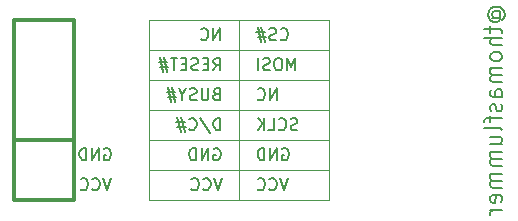
<source format=gbo>
G04 #@! TF.GenerationSoftware,KiCad,Pcbnew,(5.1.0-rc1-17-gb4eda32f8)*
G04 #@! TF.CreationDate,2019-03-22T20:33:51+01:00
G04 #@! TF.ProjectId,e-ink_pmod,652d696e-6b5f-4706-9d6f-642e6b696361,rev?*
G04 #@! TF.SameCoordinates,PX525bfc0PY429d390*
G04 #@! TF.FileFunction,Legend,Bot*
G04 #@! TF.FilePolarity,Positive*
%FSLAX46Y46*%
G04 Gerber Fmt 4.6, Leading zero omitted, Abs format (unit mm)*
G04 Created by KiCad (PCBNEW (5.1.0-rc1-17-gb4eda32f8)) date 2019-03-22 20:33:51*
%MOMM*%
%LPD*%
G04 APERTURE LIST*
%ADD10C,0.200000*%
%ADD11C,0.150000*%
%ADD12C,0.120000*%
%ADD13C,0.304800*%
G04 APERTURE END LIST*
D10*
X43144285Y-2360000D02*
X43072857Y-2293333D01*
X43001428Y-2160000D01*
X43001428Y-2026666D01*
X43072857Y-1893333D01*
X43144285Y-1826666D01*
X43287142Y-1760000D01*
X43430000Y-1760000D01*
X43572857Y-1826666D01*
X43644285Y-1893333D01*
X43715714Y-2026666D01*
X43715714Y-2160000D01*
X43644285Y-2293333D01*
X43572857Y-2360000D01*
X43001428Y-2360000D02*
X43572857Y-2360000D01*
X43644285Y-2426666D01*
X43644285Y-2493333D01*
X43572857Y-2626666D01*
X43430000Y-2693333D01*
X43072857Y-2693333D01*
X42858571Y-2560000D01*
X42715714Y-2360000D01*
X42644285Y-2093333D01*
X42715714Y-1826666D01*
X42858571Y-1626666D01*
X43072857Y-1493333D01*
X43358571Y-1426666D01*
X43644285Y-1493333D01*
X43858571Y-1626666D01*
X44001428Y-1826666D01*
X44072857Y-2093333D01*
X44001428Y-2360000D01*
X43858571Y-2560000D01*
X42858571Y-3093333D02*
X42858571Y-3626666D01*
X42358571Y-3293333D02*
X43644285Y-3293333D01*
X43787142Y-3360000D01*
X43858571Y-3493333D01*
X43858571Y-3626666D01*
X43858571Y-4093333D02*
X42358571Y-4093333D01*
X43858571Y-4693333D02*
X43072857Y-4693333D01*
X42930000Y-4626666D01*
X42858571Y-4493333D01*
X42858571Y-4293333D01*
X42930000Y-4160000D01*
X43001428Y-4093333D01*
X43858571Y-5560000D02*
X43787142Y-5426666D01*
X43715714Y-5360000D01*
X43572857Y-5293333D01*
X43144285Y-5293333D01*
X43001428Y-5360000D01*
X42930000Y-5426666D01*
X42858571Y-5560000D01*
X42858571Y-5760000D01*
X42930000Y-5893333D01*
X43001428Y-5960000D01*
X43144285Y-6026666D01*
X43572857Y-6026666D01*
X43715714Y-5960000D01*
X43787142Y-5893333D01*
X43858571Y-5760000D01*
X43858571Y-5560000D01*
X43858571Y-6626666D02*
X42858571Y-6626666D01*
X43001428Y-6626666D02*
X42930000Y-6693333D01*
X42858571Y-6826666D01*
X42858571Y-7026666D01*
X42930000Y-7160000D01*
X43072857Y-7226666D01*
X43858571Y-7226666D01*
X43072857Y-7226666D02*
X42930000Y-7293333D01*
X42858571Y-7426666D01*
X42858571Y-7626666D01*
X42930000Y-7760000D01*
X43072857Y-7826666D01*
X43858571Y-7826666D01*
X43858571Y-9093333D02*
X43072857Y-9093333D01*
X42930000Y-9026666D01*
X42858571Y-8893333D01*
X42858571Y-8626666D01*
X42930000Y-8493333D01*
X43787142Y-9093333D02*
X43858571Y-8960000D01*
X43858571Y-8626666D01*
X43787142Y-8493333D01*
X43644285Y-8426666D01*
X43501428Y-8426666D01*
X43358571Y-8493333D01*
X43287142Y-8626666D01*
X43287142Y-8960000D01*
X43215714Y-9093333D01*
X43787142Y-9693333D02*
X43858571Y-9826666D01*
X43858571Y-10093333D01*
X43787142Y-10226666D01*
X43644285Y-10293333D01*
X43572857Y-10293333D01*
X43430000Y-10226666D01*
X43358571Y-10093333D01*
X43358571Y-9893333D01*
X43287142Y-9760000D01*
X43144285Y-9693333D01*
X43072857Y-9693333D01*
X42930000Y-9760000D01*
X42858571Y-9893333D01*
X42858571Y-10093333D01*
X42930000Y-10226666D01*
X42858571Y-10693333D02*
X42858571Y-11226666D01*
X43858571Y-10893333D02*
X42572857Y-10893333D01*
X42430000Y-10960000D01*
X42358571Y-11093333D01*
X42358571Y-11226666D01*
X43858571Y-11893333D02*
X43787142Y-11760000D01*
X43644285Y-11693333D01*
X42358571Y-11693333D01*
X42858571Y-13026666D02*
X43858571Y-13026666D01*
X42858571Y-12426666D02*
X43644285Y-12426666D01*
X43787142Y-12493333D01*
X43858571Y-12626666D01*
X43858571Y-12826666D01*
X43787142Y-12960000D01*
X43715714Y-13026666D01*
X43858571Y-13693333D02*
X42858571Y-13693333D01*
X43001428Y-13693333D02*
X42930000Y-13760000D01*
X42858571Y-13893333D01*
X42858571Y-14093333D01*
X42930000Y-14226666D01*
X43072857Y-14293333D01*
X43858571Y-14293333D01*
X43072857Y-14293333D02*
X42930000Y-14360000D01*
X42858571Y-14493333D01*
X42858571Y-14693333D01*
X42930000Y-14826666D01*
X43072857Y-14893333D01*
X43858571Y-14893333D01*
X43858571Y-15560000D02*
X42858571Y-15560000D01*
X43001428Y-15560000D02*
X42930000Y-15626666D01*
X42858571Y-15760000D01*
X42858571Y-15960000D01*
X42930000Y-16093333D01*
X43072857Y-16160000D01*
X43858571Y-16160000D01*
X43072857Y-16160000D02*
X42930000Y-16226666D01*
X42858571Y-16360000D01*
X42858571Y-16560000D01*
X42930000Y-16693333D01*
X43072857Y-16760000D01*
X43858571Y-16760000D01*
X43787142Y-17960000D02*
X43858571Y-17826666D01*
X43858571Y-17560000D01*
X43787142Y-17426666D01*
X43644285Y-17360000D01*
X43072857Y-17360000D01*
X42930000Y-17426666D01*
X42858571Y-17560000D01*
X42858571Y-17826666D01*
X42930000Y-17960000D01*
X43072857Y-18026666D01*
X43215714Y-18026666D01*
X43358571Y-17360000D01*
X43858571Y-18626666D02*
X42858571Y-18626666D01*
X43144285Y-18626666D02*
X43001428Y-18693333D01*
X42930000Y-18760000D01*
X42858571Y-18893333D01*
X42858571Y-19026666D01*
D11*
X24767023Y-9342380D02*
X24767023Y-8342380D01*
X24195595Y-9342380D01*
X24195595Y-8342380D01*
X23147976Y-9247142D02*
X23195595Y-9294761D01*
X23338452Y-9342380D01*
X23433690Y-9342380D01*
X23576547Y-9294761D01*
X23671785Y-9199523D01*
X23719404Y-9104285D01*
X23767023Y-8913809D01*
X23767023Y-8770952D01*
X23719404Y-8580476D01*
X23671785Y-8485238D01*
X23576547Y-8390000D01*
X23433690Y-8342380D01*
X23338452Y-8342380D01*
X23195595Y-8390000D01*
X23147976Y-8437619D01*
X19984404Y-4262380D02*
X19984404Y-3262380D01*
X19412976Y-4262380D01*
X19412976Y-3262380D01*
X18365357Y-4167142D02*
X18412976Y-4214761D01*
X18555833Y-4262380D01*
X18651071Y-4262380D01*
X18793928Y-4214761D01*
X18889166Y-4119523D01*
X18936785Y-4024285D01*
X18984404Y-3833809D01*
X18984404Y-3690952D01*
X18936785Y-3500476D01*
X18889166Y-3405238D01*
X18793928Y-3310000D01*
X18651071Y-3262380D01*
X18555833Y-3262380D01*
X18412976Y-3310000D01*
X18365357Y-3357619D01*
D12*
X13970000Y-5080000D02*
X29210000Y-5080000D01*
X29210000Y-7620000D02*
X13970000Y-7620000D01*
X13970000Y-10160000D02*
X29210000Y-10160000D01*
X29210000Y-12700000D02*
X13970000Y-12700000D01*
X13970000Y-15240000D02*
X29210000Y-15240000D01*
X29210000Y-17780000D02*
X21590000Y-17780000D01*
X29210000Y-2540000D02*
X29210000Y-17780000D01*
X21590000Y-2540000D02*
X29210000Y-2540000D01*
X13970000Y-2540000D02*
X21590000Y-2540000D01*
X13970000Y-17780000D02*
X13970000Y-2540000D01*
X21590000Y-17780000D02*
X13970000Y-17780000D01*
X21590000Y-2540000D02*
X21590000Y-17780000D01*
D11*
X25719404Y-15962380D02*
X25386071Y-16962380D01*
X25052738Y-15962380D01*
X24147976Y-16867142D02*
X24195595Y-16914761D01*
X24338452Y-16962380D01*
X24433690Y-16962380D01*
X24576547Y-16914761D01*
X24671785Y-16819523D01*
X24719404Y-16724285D01*
X24767023Y-16533809D01*
X24767023Y-16390952D01*
X24719404Y-16200476D01*
X24671785Y-16105238D01*
X24576547Y-16010000D01*
X24433690Y-15962380D01*
X24338452Y-15962380D01*
X24195595Y-16010000D01*
X24147976Y-16057619D01*
X23147976Y-16867142D02*
X23195595Y-16914761D01*
X23338452Y-16962380D01*
X23433690Y-16962380D01*
X23576547Y-16914761D01*
X23671785Y-16819523D01*
X23719404Y-16724285D01*
X23767023Y-16533809D01*
X23767023Y-16390952D01*
X23719404Y-16200476D01*
X23671785Y-16105238D01*
X23576547Y-16010000D01*
X23433690Y-15962380D01*
X23338452Y-15962380D01*
X23195595Y-16010000D01*
X23147976Y-16057619D01*
X20127261Y-15962380D02*
X19793928Y-16962380D01*
X19460595Y-15962380D01*
X18555833Y-16867142D02*
X18603452Y-16914761D01*
X18746309Y-16962380D01*
X18841547Y-16962380D01*
X18984404Y-16914761D01*
X19079642Y-16819523D01*
X19127261Y-16724285D01*
X19174880Y-16533809D01*
X19174880Y-16390952D01*
X19127261Y-16200476D01*
X19079642Y-16105238D01*
X18984404Y-16010000D01*
X18841547Y-15962380D01*
X18746309Y-15962380D01*
X18603452Y-16010000D01*
X18555833Y-16057619D01*
X17555833Y-16867142D02*
X17603452Y-16914761D01*
X17746309Y-16962380D01*
X17841547Y-16962380D01*
X17984404Y-16914761D01*
X18079642Y-16819523D01*
X18127261Y-16724285D01*
X18174880Y-16533809D01*
X18174880Y-16390952D01*
X18127261Y-16200476D01*
X18079642Y-16105238D01*
X17984404Y-16010000D01*
X17841547Y-15962380D01*
X17746309Y-15962380D01*
X17603452Y-16010000D01*
X17555833Y-16057619D01*
X25243214Y-13470000D02*
X25338452Y-13422380D01*
X25481309Y-13422380D01*
X25624166Y-13470000D01*
X25719404Y-13565238D01*
X25767023Y-13660476D01*
X25814642Y-13850952D01*
X25814642Y-13993809D01*
X25767023Y-14184285D01*
X25719404Y-14279523D01*
X25624166Y-14374761D01*
X25481309Y-14422380D01*
X25386071Y-14422380D01*
X25243214Y-14374761D01*
X25195595Y-14327142D01*
X25195595Y-13993809D01*
X25386071Y-13993809D01*
X24767023Y-14422380D02*
X24767023Y-13422380D01*
X24195595Y-14422380D01*
X24195595Y-13422380D01*
X23719404Y-14422380D02*
X23719404Y-13422380D01*
X23481309Y-13422380D01*
X23338452Y-13470000D01*
X23243214Y-13565238D01*
X23195595Y-13660476D01*
X23147976Y-13850952D01*
X23147976Y-13993809D01*
X23195595Y-14184285D01*
X23243214Y-14279523D01*
X23338452Y-14374761D01*
X23481309Y-14422380D01*
X23719404Y-14422380D01*
X19460595Y-13470000D02*
X19555833Y-13422380D01*
X19698690Y-13422380D01*
X19841547Y-13470000D01*
X19936785Y-13565238D01*
X19984404Y-13660476D01*
X20032023Y-13850952D01*
X20032023Y-13993809D01*
X19984404Y-14184285D01*
X19936785Y-14279523D01*
X19841547Y-14374761D01*
X19698690Y-14422380D01*
X19603452Y-14422380D01*
X19460595Y-14374761D01*
X19412976Y-14327142D01*
X19412976Y-13993809D01*
X19603452Y-13993809D01*
X18984404Y-14422380D02*
X18984404Y-13422380D01*
X18412976Y-14422380D01*
X18412976Y-13422380D01*
X17936785Y-14422380D02*
X17936785Y-13422380D01*
X17698690Y-13422380D01*
X17555833Y-13470000D01*
X17460595Y-13565238D01*
X17412976Y-13660476D01*
X17365357Y-13850952D01*
X17365357Y-13993809D01*
X17412976Y-14184285D01*
X17460595Y-14279523D01*
X17555833Y-14374761D01*
X17698690Y-14422380D01*
X17936785Y-14422380D01*
X19984404Y-11882380D02*
X19984404Y-10882380D01*
X19746309Y-10882380D01*
X19603452Y-10930000D01*
X19508214Y-11025238D01*
X19460595Y-11120476D01*
X19412976Y-11310952D01*
X19412976Y-11453809D01*
X19460595Y-11644285D01*
X19508214Y-11739523D01*
X19603452Y-11834761D01*
X19746309Y-11882380D01*
X19984404Y-11882380D01*
X18270119Y-10834761D02*
X19127261Y-12120476D01*
X17365357Y-11787142D02*
X17412976Y-11834761D01*
X17555833Y-11882380D01*
X17651071Y-11882380D01*
X17793928Y-11834761D01*
X17889166Y-11739523D01*
X17936785Y-11644285D01*
X17984404Y-11453809D01*
X17984404Y-11310952D01*
X17936785Y-11120476D01*
X17889166Y-11025238D01*
X17793928Y-10930000D01*
X17651071Y-10882380D01*
X17555833Y-10882380D01*
X17412976Y-10930000D01*
X17365357Y-10977619D01*
X16984404Y-11215714D02*
X16270119Y-11215714D01*
X16698690Y-10787142D02*
X16984404Y-12072857D01*
X16365357Y-11644285D02*
X17079642Y-11644285D01*
X16651071Y-12072857D02*
X16365357Y-10787142D01*
X19651071Y-8818571D02*
X19508214Y-8866190D01*
X19460595Y-8913809D01*
X19412976Y-9009047D01*
X19412976Y-9151904D01*
X19460595Y-9247142D01*
X19508214Y-9294761D01*
X19603452Y-9342380D01*
X19984404Y-9342380D01*
X19984404Y-8342380D01*
X19651071Y-8342380D01*
X19555833Y-8390000D01*
X19508214Y-8437619D01*
X19460595Y-8532857D01*
X19460595Y-8628095D01*
X19508214Y-8723333D01*
X19555833Y-8770952D01*
X19651071Y-8818571D01*
X19984404Y-8818571D01*
X18984404Y-8342380D02*
X18984404Y-9151904D01*
X18936785Y-9247142D01*
X18889166Y-9294761D01*
X18793928Y-9342380D01*
X18603452Y-9342380D01*
X18508214Y-9294761D01*
X18460595Y-9247142D01*
X18412976Y-9151904D01*
X18412976Y-8342380D01*
X17984404Y-9294761D02*
X17841547Y-9342380D01*
X17603452Y-9342380D01*
X17508214Y-9294761D01*
X17460595Y-9247142D01*
X17412976Y-9151904D01*
X17412976Y-9056666D01*
X17460595Y-8961428D01*
X17508214Y-8913809D01*
X17603452Y-8866190D01*
X17793928Y-8818571D01*
X17889166Y-8770952D01*
X17936785Y-8723333D01*
X17984404Y-8628095D01*
X17984404Y-8532857D01*
X17936785Y-8437619D01*
X17889166Y-8390000D01*
X17793928Y-8342380D01*
X17555833Y-8342380D01*
X17412976Y-8390000D01*
X16793928Y-8866190D02*
X16793928Y-9342380D01*
X17127261Y-8342380D02*
X16793928Y-8866190D01*
X16460595Y-8342380D01*
X16174880Y-8675714D02*
X15460595Y-8675714D01*
X15889166Y-8247142D02*
X16174880Y-9532857D01*
X15555833Y-9104285D02*
X16270119Y-9104285D01*
X15841547Y-9532857D02*
X15555833Y-8247142D01*
X19412976Y-6802380D02*
X19746309Y-6326190D01*
X19984404Y-6802380D02*
X19984404Y-5802380D01*
X19603452Y-5802380D01*
X19508214Y-5850000D01*
X19460595Y-5897619D01*
X19412976Y-5992857D01*
X19412976Y-6135714D01*
X19460595Y-6230952D01*
X19508214Y-6278571D01*
X19603452Y-6326190D01*
X19984404Y-6326190D01*
X18984404Y-6278571D02*
X18651071Y-6278571D01*
X18508214Y-6802380D02*
X18984404Y-6802380D01*
X18984404Y-5802380D01*
X18508214Y-5802380D01*
X18127261Y-6754761D02*
X17984404Y-6802380D01*
X17746309Y-6802380D01*
X17651071Y-6754761D01*
X17603452Y-6707142D01*
X17555833Y-6611904D01*
X17555833Y-6516666D01*
X17603452Y-6421428D01*
X17651071Y-6373809D01*
X17746309Y-6326190D01*
X17936785Y-6278571D01*
X18032023Y-6230952D01*
X18079642Y-6183333D01*
X18127261Y-6088095D01*
X18127261Y-5992857D01*
X18079642Y-5897619D01*
X18032023Y-5850000D01*
X17936785Y-5802380D01*
X17698690Y-5802380D01*
X17555833Y-5850000D01*
X17127261Y-6278571D02*
X16793928Y-6278571D01*
X16651071Y-6802380D02*
X17127261Y-6802380D01*
X17127261Y-5802380D01*
X16651071Y-5802380D01*
X16365357Y-5802380D02*
X15793928Y-5802380D01*
X16079642Y-6802380D02*
X16079642Y-5802380D01*
X15508214Y-6135714D02*
X14793928Y-6135714D01*
X15222500Y-5707142D02*
X15508214Y-6992857D01*
X14889166Y-6564285D02*
X15603452Y-6564285D01*
X15174880Y-6992857D02*
X14889166Y-5707142D01*
X26528928Y-11834761D02*
X26386071Y-11882380D01*
X26147976Y-11882380D01*
X26052738Y-11834761D01*
X26005119Y-11787142D01*
X25957500Y-11691904D01*
X25957500Y-11596666D01*
X26005119Y-11501428D01*
X26052738Y-11453809D01*
X26147976Y-11406190D01*
X26338452Y-11358571D01*
X26433690Y-11310952D01*
X26481309Y-11263333D01*
X26528928Y-11168095D01*
X26528928Y-11072857D01*
X26481309Y-10977619D01*
X26433690Y-10930000D01*
X26338452Y-10882380D01*
X26100357Y-10882380D01*
X25957500Y-10930000D01*
X24957500Y-11787142D02*
X25005119Y-11834761D01*
X25147976Y-11882380D01*
X25243214Y-11882380D01*
X25386071Y-11834761D01*
X25481309Y-11739523D01*
X25528928Y-11644285D01*
X25576547Y-11453809D01*
X25576547Y-11310952D01*
X25528928Y-11120476D01*
X25481309Y-11025238D01*
X25386071Y-10930000D01*
X25243214Y-10882380D01*
X25147976Y-10882380D01*
X25005119Y-10930000D01*
X24957500Y-10977619D01*
X24052738Y-11882380D02*
X24528928Y-11882380D01*
X24528928Y-10882380D01*
X23719404Y-11882380D02*
X23719404Y-10882380D01*
X23147976Y-11882380D02*
X23576547Y-11310952D01*
X23147976Y-10882380D02*
X23719404Y-11453809D01*
X25100357Y-4167142D02*
X25147976Y-4214761D01*
X25290833Y-4262380D01*
X25386071Y-4262380D01*
X25528928Y-4214761D01*
X25624166Y-4119523D01*
X25671785Y-4024285D01*
X25719404Y-3833809D01*
X25719404Y-3690952D01*
X25671785Y-3500476D01*
X25624166Y-3405238D01*
X25528928Y-3310000D01*
X25386071Y-3262380D01*
X25290833Y-3262380D01*
X25147976Y-3310000D01*
X25100357Y-3357619D01*
X24719404Y-4214761D02*
X24576547Y-4262380D01*
X24338452Y-4262380D01*
X24243214Y-4214761D01*
X24195595Y-4167142D01*
X24147976Y-4071904D01*
X24147976Y-3976666D01*
X24195595Y-3881428D01*
X24243214Y-3833809D01*
X24338452Y-3786190D01*
X24528928Y-3738571D01*
X24624166Y-3690952D01*
X24671785Y-3643333D01*
X24719404Y-3548095D01*
X24719404Y-3452857D01*
X24671785Y-3357619D01*
X24624166Y-3310000D01*
X24528928Y-3262380D01*
X24290833Y-3262380D01*
X24147976Y-3310000D01*
X23767023Y-3595714D02*
X23052738Y-3595714D01*
X23481309Y-3167142D02*
X23767023Y-4452857D01*
X23147976Y-4024285D02*
X23862261Y-4024285D01*
X23433690Y-4452857D02*
X23147976Y-3167142D01*
X26338452Y-6802380D02*
X26338452Y-5802380D01*
X26005119Y-6516666D01*
X25671785Y-5802380D01*
X25671785Y-6802380D01*
X25005119Y-5802380D02*
X24814642Y-5802380D01*
X24719404Y-5850000D01*
X24624166Y-5945238D01*
X24576547Y-6135714D01*
X24576547Y-6469047D01*
X24624166Y-6659523D01*
X24719404Y-6754761D01*
X24814642Y-6802380D01*
X25005119Y-6802380D01*
X25100357Y-6754761D01*
X25195595Y-6659523D01*
X25243214Y-6469047D01*
X25243214Y-6135714D01*
X25195595Y-5945238D01*
X25100357Y-5850000D01*
X25005119Y-5802380D01*
X24195595Y-6754761D02*
X24052738Y-6802380D01*
X23814642Y-6802380D01*
X23719404Y-6754761D01*
X23671785Y-6707142D01*
X23624166Y-6611904D01*
X23624166Y-6516666D01*
X23671785Y-6421428D01*
X23719404Y-6373809D01*
X23814642Y-6326190D01*
X24005119Y-6278571D01*
X24100357Y-6230952D01*
X24147976Y-6183333D01*
X24195595Y-6088095D01*
X24195595Y-5992857D01*
X24147976Y-5897619D01*
X24100357Y-5850000D01*
X24005119Y-5802380D01*
X23767023Y-5802380D01*
X23624166Y-5850000D01*
X23195595Y-6802380D02*
X23195595Y-5802380D01*
D13*
X7620000Y-12700000D02*
X2540000Y-12700000D01*
X7620000Y-2540000D02*
X2540000Y-2540000D01*
X7620000Y-17780000D02*
X7620000Y-2540000D01*
X2540000Y-17780000D02*
X7620000Y-17780000D01*
X2540000Y-2540000D02*
X2540000Y-17780000D01*
D11*
X10159904Y-13470000D02*
X10255142Y-13422380D01*
X10398000Y-13422380D01*
X10540857Y-13470000D01*
X10636095Y-13565238D01*
X10683714Y-13660476D01*
X10731333Y-13850952D01*
X10731333Y-13993809D01*
X10683714Y-14184285D01*
X10636095Y-14279523D01*
X10540857Y-14374761D01*
X10398000Y-14422380D01*
X10302761Y-14422380D01*
X10159904Y-14374761D01*
X10112285Y-14327142D01*
X10112285Y-13993809D01*
X10302761Y-13993809D01*
X9683714Y-14422380D02*
X9683714Y-13422380D01*
X9112285Y-14422380D01*
X9112285Y-13422380D01*
X8636095Y-14422380D02*
X8636095Y-13422380D01*
X8398000Y-13422380D01*
X8255142Y-13470000D01*
X8159904Y-13565238D01*
X8112285Y-13660476D01*
X8064666Y-13850952D01*
X8064666Y-13993809D01*
X8112285Y-14184285D01*
X8159904Y-14279523D01*
X8255142Y-14374761D01*
X8398000Y-14422380D01*
X8636095Y-14422380D01*
X10731333Y-15962380D02*
X10398000Y-16962380D01*
X10064666Y-15962380D01*
X9159904Y-16867142D02*
X9207523Y-16914761D01*
X9350380Y-16962380D01*
X9445619Y-16962380D01*
X9588476Y-16914761D01*
X9683714Y-16819523D01*
X9731333Y-16724285D01*
X9778952Y-16533809D01*
X9778952Y-16390952D01*
X9731333Y-16200476D01*
X9683714Y-16105238D01*
X9588476Y-16010000D01*
X9445619Y-15962380D01*
X9350380Y-15962380D01*
X9207523Y-16010000D01*
X9159904Y-16057619D01*
X8159904Y-16867142D02*
X8207523Y-16914761D01*
X8350380Y-16962380D01*
X8445619Y-16962380D01*
X8588476Y-16914761D01*
X8683714Y-16819523D01*
X8731333Y-16724285D01*
X8778952Y-16533809D01*
X8778952Y-16390952D01*
X8731333Y-16200476D01*
X8683714Y-16105238D01*
X8588476Y-16010000D01*
X8445619Y-15962380D01*
X8350380Y-15962380D01*
X8207523Y-16010000D01*
X8159904Y-16057619D01*
M02*

</source>
